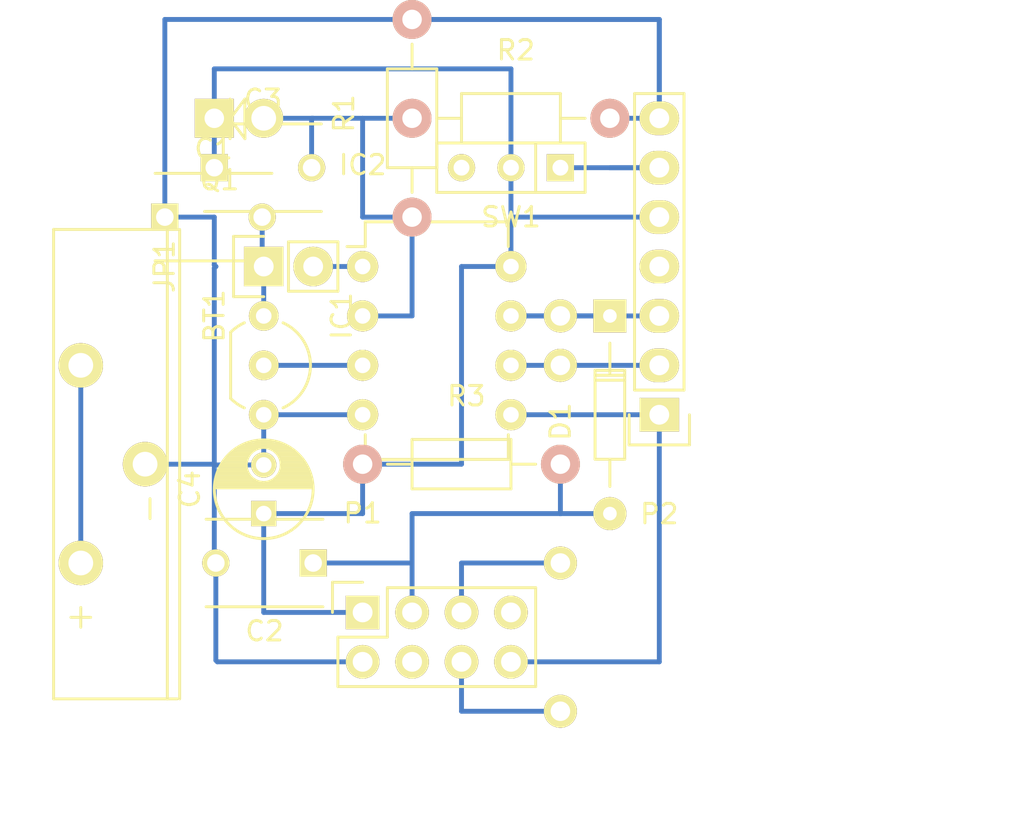
<source format=kicad_pcb>
(kicad_pcb (version 4) (host pcbnew 4.0.0-2.201512062335+6193~38~ubuntu15.10.1-stable)

  (general
    (links 43)
    (no_connects 5)
    (area 141.115 87.70051 194.147144 130.515)
    (thickness 1.6)
    (drawings 0)
    (tracks 75)
    (zones 0)
    (modules 18)
    (nets 14)
  )

  (page A4)
  (layers
    (0 F.Cu signal)
    (31 B.Cu signal)
    (32 B.Adhes user)
    (33 F.Adhes user)
    (34 B.Paste user)
    (35 F.Paste user)
    (36 B.SilkS user)
    (37 F.SilkS user)
    (38 B.Mask user)
    (39 F.Mask user)
    (40 Dwgs.User user)
    (41 Cmts.User user)
    (42 Eco1.User user)
    (43 Eco2.User user)
    (44 Edge.Cuts user)
    (45 Margin user)
    (46 B.CrtYd user)
    (47 F.CrtYd user)
    (48 B.Fab user)
    (49 F.Fab user)
  )

  (setup
    (last_trace_width 0.25)
    (trace_clearance 0.2)
    (zone_clearance 0.508)
    (zone_45_only no)
    (trace_min 0.2)
    (segment_width 0.2)
    (edge_width 0.1)
    (via_size 0.6)
    (via_drill 0.4)
    (via_min_size 0.4)
    (via_min_drill 0.3)
    (uvia_size 0.3)
    (uvia_drill 0.1)
    (uvias_allowed no)
    (uvia_min_size 0.2)
    (uvia_min_drill 0.1)
    (pcb_text_width 0.3)
    (pcb_text_size 1.5 1.5)
    (mod_edge_width 0.15)
    (mod_text_size 1 1)
    (mod_text_width 0.15)
    (pad_size 1.7 1.7)
    (pad_drill 1.00076)
    (pad_to_mask_clearance 0)
    (aux_axis_origin 0 0)
    (visible_elements FFFEFF7F)
    (pcbplotparams
      (layerselection 0x00030_80000001)
      (usegerberextensions false)
      (excludeedgelayer true)
      (linewidth 0.100000)
      (plotframeref false)
      (viasonmask false)
      (mode 1)
      (useauxorigin false)
      (hpglpennumber 1)
      (hpglpenspeed 20)
      (hpglpendiameter 15)
      (hpglpenoverlay 2)
      (psnegative false)
      (psa4output false)
      (plotreference true)
      (plotvalue true)
      (plotinvisibletext false)
      (padsonsilk false)
      (subtractmaskfromsilk false)
      (outputformat 4)
      (mirror false)
      (drillshape 0)
      (scaleselection 1)
      (outputdirectory ""))
  )

  (net 0 "")
  (net 1 +BATT)
  (net 2 Earth)
  (net 3 RST)
  (net 4 CSN)
  (net 5 VCC)
  (net 6 LS)
  (net 7 SCK)
  (net 8 TMP)
  (net 9 MOSI)
  (net 10 MISO)
  (net 11 "Net-(P1-Pad7)")
  (net 12 "Net-(P2-Pad6)")
  (net 13 "Net-(C1-Pad2)")

  (net_class Default "This is the default net class."
    (clearance 0.2)
    (trace_width 0.25)
    (via_dia 0.6)
    (via_drill 0.4)
    (uvia_dia 0.3)
    (uvia_drill 0.1)
    (add_net +BATT)
    (add_net CSN)
    (add_net Earth)
    (add_net LS)
    (add_net MISO)
    (add_net MOSI)
    (add_net "Net-(C1-Pad2)")
    (add_net "Net-(P1-Pad7)")
    (add_net "Net-(P2-Pad6)")
    (add_net RST)
    (add_net SCK)
    (add_net TMP)
    (add_net VCC)
  )

  (module Pin_Headers:Pin_Header_Straight_1x02 (layer F.Cu) (tedit 54EA090C) (tstamp 566561D9)
    (at 154.94 101.6 90)
    (descr "Through hole pin header")
    (tags "pin header")
    (path /56657D00)
    (fp_text reference JP1 (at 0 -5.1 90) (layer F.SilkS)
      (effects (font (size 1 1) (thickness 0.15)))
    )
    (fp_text value JUMPER (at 0 -3.1 90) (layer F.Fab)
      (effects (font (size 1 1) (thickness 0.15)))
    )
    (fp_line (start 1.27 1.27) (end 1.27 3.81) (layer F.SilkS) (width 0.15))
    (fp_line (start 1.55 -1.55) (end 1.55 0) (layer F.SilkS) (width 0.15))
    (fp_line (start -1.75 -1.75) (end -1.75 4.3) (layer F.CrtYd) (width 0.05))
    (fp_line (start 1.75 -1.75) (end 1.75 4.3) (layer F.CrtYd) (width 0.05))
    (fp_line (start -1.75 -1.75) (end 1.75 -1.75) (layer F.CrtYd) (width 0.05))
    (fp_line (start -1.75 4.3) (end 1.75 4.3) (layer F.CrtYd) (width 0.05))
    (fp_line (start 1.27 1.27) (end -1.27 1.27) (layer F.SilkS) (width 0.15))
    (fp_line (start -1.55 0) (end -1.55 -1.55) (layer F.SilkS) (width 0.15))
    (fp_line (start -1.55 -1.55) (end 1.55 -1.55) (layer F.SilkS) (width 0.15))
    (fp_line (start -1.27 1.27) (end -1.27 3.81) (layer F.SilkS) (width 0.15))
    (fp_line (start -1.27 3.81) (end 1.27 3.81) (layer F.SilkS) (width 0.15))
    (pad 1 thru_hole rect (at 0 0 90) (size 2.032 2.032) (drill 1.016) (layers *.Cu *.Mask F.SilkS)
      (net 13 "Net-(C1-Pad2)"))
    (pad 2 thru_hole oval (at 0 2.54 90) (size 2.032 2.032) (drill 1.016) (layers *.Cu *.Mask F.SilkS)
      (net 3 RST))
    (model Pin_Headers.3dshapes/Pin_Header_Straight_1x02.wrl
      (at (xyz 0 -0.05 0))
      (scale (xyz 1 1 1))
      (rotate (xyz 0 0 90))
    )
  )

  (module Resistors_ThroughHole:Resistor_Horizontal_RM10mm (layer F.Cu) (tedit 53F56209) (tstamp 56614048)
    (at 167.64 93.98)
    (descr "Resistor, Axial,  RM 10mm, 1/3W,")
    (tags "Resistor, Axial, RM 10mm, 1/3W,")
    (path /565DCD9E)
    (fp_text reference R2 (at 0.24892 -3.50012) (layer F.SilkS)
      (effects (font (size 1 1) (thickness 0.15)))
    )
    (fp_text value 10MΩ (at 3.81 3.81) (layer F.Fab)
      (effects (font (size 1 1) (thickness 0.15)))
    )
    (fp_line (start -2.54 -1.27) (end 2.54 -1.27) (layer F.SilkS) (width 0.15))
    (fp_line (start 2.54 -1.27) (end 2.54 1.27) (layer F.SilkS) (width 0.15))
    (fp_line (start 2.54 1.27) (end -2.54 1.27) (layer F.SilkS) (width 0.15))
    (fp_line (start -2.54 1.27) (end -2.54 -1.27) (layer F.SilkS) (width 0.15))
    (fp_line (start -2.54 0) (end -3.81 0) (layer F.SilkS) (width 0.15))
    (fp_line (start 2.54 0) (end 3.81 0) (layer F.SilkS) (width 0.15))
    (pad 1 thru_hole circle (at -5.08 0) (size 1.99898 1.99898) (drill 1.00076) (layers *.Cu *.SilkS *.Mask)
      (net 6 LS))
    (pad 2 thru_hole circle (at 5.08 0) (size 1.99898 1.99898) (drill 1.00076) (layers *.Cu *.SilkS *.Mask)
      (net 2 Earth))
    (model Resistors_ThroughHole.3dshapes/Resistor_Horizontal_RM10mm.wrl
      (at (xyz 0 0 0))
      (scale (xyz 0.4 0.4 0.4))
      (rotate (xyz 0 0 0))
    )
  )

  (module Wire_Pads:SolderWirePad_2x_1mmDrill (layer F.Cu) (tedit 56616533) (tstamp 5661639E)
    (at 182.88 125.73)
    (fp_text reference REF** (at -10.16 -5.08) (layer F.SilkS) hide
      (effects (font (size 1 1) (thickness 0.15)))
    )
    (fp_text value SolderWirePad_2x_1mmDrill (at 0.635 3.81) (layer F.Fab)
      (effects (font (size 1 1) (thickness 0.15)))
    )
    (pad 1 thru_hole circle (at -12.7 -1.27) (size 1.7 1.7) (drill 1.00076) (layers *.Cu *.Mask F.SilkS)
      (net 7 SCK))
    (pad 2 thru_hole circle (at -12.7 -21.59) (size 1.7 1.7) (drill 1.00076) (layers *.Cu *.Mask F.SilkS)
      (net 7 SCK))
  )

  (module Wire_Pads:SolderWirePad_2x_1mmDrill (layer F.Cu) (tedit 56616344) (tstamp 56616252)
    (at 175.26 119.38)
    (fp_text reference REF** (at 0 -3.81) (layer F.SilkS) hide
      (effects (font (size 1 1) (thickness 0.15)))
    )
    (fp_text value SolderWirePad_2x_1mmDrill (at 0.635 3.81) (layer F.Fab)
      (effects (font (size 1 1) (thickness 0.15)))
    )
    (pad 1 thru_hole circle (at -5.08 -2.54) (size 1.7 1.7) (drill 1.00076) (layers *.Cu *.Mask F.SilkS)
      (net 10 MISO))
    (pad 2 thru_hole circle (at -5.08 -12.7) (size 1.7 1.7) (drill 1.00076) (layers *.Cu *.Mask F.SilkS)
      (net 10 MISO))
  )

  (module Socket_Strips:Socket_Strip_Straight_2x04 (layer F.Cu) (tedit 0) (tstamp 5661400F)
    (at 160.02 119.38)
    (descr "Through hole socket strip")
    (tags "socket strip")
    (path /565D809C)
    (fp_text reference P1 (at 0 -5.1) (layer F.SilkS)
      (effects (font (size 1 1) (thickness 0.15)))
    )
    (fp_text value NRF24L01+ (at 0 -3.1) (layer F.Fab)
      (effects (font (size 1 1) (thickness 0.15)))
    )
    (fp_line (start -1.75 -1.75) (end -1.75 4.3) (layer F.CrtYd) (width 0.05))
    (fp_line (start 9.4 -1.75) (end 9.4 4.3) (layer F.CrtYd) (width 0.05))
    (fp_line (start -1.75 -1.75) (end 9.4 -1.75) (layer F.CrtYd) (width 0.05))
    (fp_line (start -1.75 4.3) (end 9.4 4.3) (layer F.CrtYd) (width 0.05))
    (fp_line (start 1.27 -1.27) (end 8.89 -1.27) (layer F.SilkS) (width 0.15))
    (fp_line (start 8.89 -1.27) (end 8.89 3.81) (layer F.SilkS) (width 0.15))
    (fp_line (start 8.89 3.81) (end -1.27 3.81) (layer F.SilkS) (width 0.15))
    (fp_line (start -1.27 3.81) (end -1.27 1.27) (layer F.SilkS) (width 0.15))
    (fp_line (start 0 -1.55) (end -1.55 -1.55) (layer F.SilkS) (width 0.15))
    (fp_line (start -1.27 1.27) (end 1.27 1.27) (layer F.SilkS) (width 0.15))
    (fp_line (start 1.27 1.27) (end 1.27 -1.27) (layer F.SilkS) (width 0.15))
    (fp_line (start -1.55 -1.55) (end -1.55 0) (layer F.SilkS) (width 0.15))
    (pad 1 thru_hole rect (at 0 0) (size 1.7272 1.7272) (drill 1.016) (layers *.Cu *.Mask F.SilkS)
      (net 5 VCC))
    (pad 2 thru_hole oval (at 0 2.54) (size 1.7272 1.7272) (drill 1.016) (layers *.Cu *.Mask F.SilkS)
      (net 2 Earth))
    (pad 3 thru_hole oval (at 2.54 0) (size 1.7272 1.7272) (drill 1.016) (layers *.Cu *.Mask F.SilkS)
      (net 4 CSN))
    (pad 4 thru_hole oval (at 2.54 2.54) (size 1.7272 1.7272) (drill 1.016) (layers *.Cu *.Mask F.SilkS)
      (net 5 VCC))
    (pad 5 thru_hole oval (at 5.08 0) (size 1.7272 1.7272) (drill 1.016) (layers *.Cu *.Mask F.SilkS)
      (net 10 MISO))
    (pad 6 thru_hole oval (at 5.08 2.54) (size 1.7272 1.7272) (drill 1.016) (layers *.Cu *.Mask F.SilkS)
      (net 7 SCK))
    (pad 7 thru_hole oval (at 7.62 0) (size 1.7272 1.7272) (drill 1.016) (layers *.Cu *.Mask F.SilkS)
      (net 11 "Net-(P1-Pad7)"))
    (pad 8 thru_hole oval (at 7.62 2.54) (size 1.7272 1.7272) (drill 1.016) (layers *.Cu *.Mask F.SilkS)
      (net 9 MOSI))
    (model Socket_Strips.3dshapes/Socket_Strip_Straight_2x04.wrl
      (at (xyz 0.15 -0.05 0))
      (scale (xyz 1 1 1))
      (rotate (xyz 0 0 180))
    )
  )

  (module Capacitors_ThroughHole:C_Disc_D6_P5 (layer F.Cu) (tedit 0) (tstamp 56613F99)
    (at 152.4 96.52)
    (descr "Capacitor 6mm Disc, Pitch 5mm")
    (tags Capacitor)
    (path /566023B2)
    (fp_text reference C3 (at 2.5 -3.5) (layer F.SilkS)
      (effects (font (size 1 1) (thickness 0.15)))
    )
    (fp_text value 0.1μF (at 2.5 3.5) (layer F.Fab)
      (effects (font (size 1 1) (thickness 0.15)))
    )
    (fp_line (start -0.95 -2.5) (end 5.95 -2.5) (layer F.CrtYd) (width 0.05))
    (fp_line (start 5.95 -2.5) (end 5.95 2.5) (layer F.CrtYd) (width 0.05))
    (fp_line (start 5.95 2.5) (end -0.95 2.5) (layer F.CrtYd) (width 0.05))
    (fp_line (start -0.95 2.5) (end -0.95 -2.5) (layer F.CrtYd) (width 0.05))
    (fp_line (start -0.5 -2.25) (end 5.5 -2.25) (layer F.SilkS) (width 0.15))
    (fp_line (start 5.5 2.25) (end -0.5 2.25) (layer F.SilkS) (width 0.15))
    (pad 1 thru_hole rect (at 0 0) (size 1.4 1.4) (drill 0.9) (layers *.Cu *.Mask F.SilkS)
      (net 5 VCC))
    (pad 2 thru_hole circle (at 5 0) (size 1.4 1.4) (drill 0.9) (layers *.Cu *.Mask F.SilkS)
      (net 6 LS))
    (model Capacitors_ThroughHole.3dshapes/C_Disc_D6_P5.wrl
      (at (xyz 0.0984252 0 0))
      (scale (xyz 1 1 1))
      (rotate (xyz 0 0 0))
    )
  )

  (module Connect:CR2032V (layer F.Cu) (tedit 0) (tstamp 56613F75)
    (at 147.32 111.76 270)
    (path /562B59CF)
    (fp_text reference BT1 (at -7.62 -5.08 270) (layer F.SilkS)
      (effects (font (size 1 1) (thickness 0.15)))
    )
    (fp_text value 3V (at 0 5.08 270) (layer F.Fab)
      (effects (font (size 1 1) (thickness 0.15)))
    )
    (fp_line (start -12.065 -3.302) (end 12.065 -3.302) (layer F.SilkS) (width 0.15))
    (fp_line (start 1.778 -1.778) (end 2.794 -1.778) (layer F.SilkS) (width 0.15))
    (fp_line (start 7.874 2.286) (end 7.874 1.27) (layer F.SilkS) (width 0.15))
    (fp_line (start 7.366 1.778) (end 8.382 1.778) (layer F.SilkS) (width 0.15))
    (fp_line (start 12.065 3.175) (end 12.065 -3.175) (layer F.SilkS) (width 0.15))
    (fp_line (start 12.065 -2.667) (end -12.065 -2.667) (layer F.SilkS) (width 0.15))
    (fp_line (start -12.065 -3.175) (end -12.065 3.175) (layer F.SilkS) (width 0.15))
    (fp_line (start -12.065 3.175) (end 12.065 3.175) (layer F.SilkS) (width 0.15))
    (pad 1 thru_hole circle (at -5.08 1.778 270) (size 2.286 2.286) (drill 1.27) (layers *.Cu *.Mask F.SilkS)
      (net 1 +BATT))
    (pad 1 thru_hole circle (at 5.08 1.778 270) (size 2.286 2.286) (drill 1.27) (layers *.Cu *.Mask F.SilkS)
      (net 1 +BATT))
    (pad 2 thru_hole circle (at 0 -1.524 270) (size 2.286 2.286) (drill 1.27) (layers *.Cu *.Mask F.SilkS)
      (net 2 Earth))
  )

  (module Capacitors_ThroughHole:C_Disc_D6_P5 (layer F.Cu) (tedit 0) (tstamp 56613F81)
    (at 149.86 99.06)
    (descr "Capacitor 6mm Disc, Pitch 5mm")
    (tags Capacitor)
    (path /566042A2)
    (fp_text reference C1 (at 2.5 -3.5) (layer F.SilkS)
      (effects (font (size 1 1) (thickness 0.15)))
    )
    (fp_text value 0.1μF (at 2.5 3.5) (layer F.Fab)
      (effects (font (size 1 1) (thickness 0.15)))
    )
    (fp_line (start -0.95 -2.5) (end 5.95 -2.5) (layer F.CrtYd) (width 0.05))
    (fp_line (start 5.95 -2.5) (end 5.95 2.5) (layer F.CrtYd) (width 0.05))
    (fp_line (start 5.95 2.5) (end -0.95 2.5) (layer F.CrtYd) (width 0.05))
    (fp_line (start -0.95 2.5) (end -0.95 -2.5) (layer F.CrtYd) (width 0.05))
    (fp_line (start -0.5 -2.25) (end 5.5 -2.25) (layer F.SilkS) (width 0.15))
    (fp_line (start 5.5 2.25) (end -0.5 2.25) (layer F.SilkS) (width 0.15))
    (pad 1 thru_hole rect (at 0 0) (size 1.4 1.4) (drill 0.9) (layers *.Cu *.Mask F.SilkS)
      (net 2 Earth))
    (pad 2 thru_hole circle (at 5 0) (size 1.4 1.4) (drill 0.9) (layers *.Cu *.Mask F.SilkS)
      (net 13 "Net-(C1-Pad2)"))
    (model Capacitors_ThroughHole.3dshapes/C_Disc_D6_P5.wrl
      (at (xyz 0.0984252 0 0))
      (scale (xyz 1 1 1))
      (rotate (xyz 0 0 0))
    )
  )

  (module Capacitors_ThroughHole:C_Disc_D6_P5 (layer F.Cu) (tedit 0) (tstamp 56613F8D)
    (at 157.48 116.84 180)
    (descr "Capacitor 6mm Disc, Pitch 5mm")
    (tags Capacitor)
    (path /562B5953)
    (fp_text reference C2 (at 2.5 -3.5 180) (layer F.SilkS)
      (effects (font (size 1 1) (thickness 0.15)))
    )
    (fp_text value 10nF (at 2.5 3.5 180) (layer F.Fab)
      (effects (font (size 1 1) (thickness 0.15)))
    )
    (fp_line (start -0.95 -2.5) (end 5.95 -2.5) (layer F.CrtYd) (width 0.05))
    (fp_line (start 5.95 -2.5) (end 5.95 2.5) (layer F.CrtYd) (width 0.05))
    (fp_line (start 5.95 2.5) (end -0.95 2.5) (layer F.CrtYd) (width 0.05))
    (fp_line (start -0.95 2.5) (end -0.95 -2.5) (layer F.CrtYd) (width 0.05))
    (fp_line (start -0.5 -2.25) (end 5.5 -2.25) (layer F.SilkS) (width 0.15))
    (fp_line (start 5.5 2.25) (end -0.5 2.25) (layer F.SilkS) (width 0.15))
    (pad 1 thru_hole rect (at 0 0 180) (size 1.4 1.4) (drill 0.9) (layers *.Cu *.Mask F.SilkS)
      (net 4 CSN))
    (pad 2 thru_hole circle (at 5 0 180) (size 1.4 1.4) (drill 0.9) (layers *.Cu *.Mask F.SilkS)
      (net 2 Earth))
    (model Capacitors_ThroughHole.3dshapes/C_Disc_D6_P5.wrl
      (at (xyz 0.0984252 0 0))
      (scale (xyz 1 1 1))
      (rotate (xyz 0 0 0))
    )
  )

  (module Capacitors_ThroughHole:C_Radial_D5_L6_P2.5 (layer F.Cu) (tedit 0) (tstamp 56613FC1)
    (at 154.94 114.3 90)
    (descr "Radial Electrolytic Capacitor Diameter 5mm x Length 6mm, Pitch 2.5mm")
    (tags "Electrolytic Capacitor")
    (path /565FEDE2)
    (fp_text reference C4 (at 1.25 -3.8 90) (layer F.SilkS)
      (effects (font (size 1 1) (thickness 0.15)))
    )
    (fp_text value 10μF (at 1.25 3.8 90) (layer F.Fab)
      (effects (font (size 1 1) (thickness 0.15)))
    )
    (fp_line (start 1.325 -2.499) (end 1.325 2.499) (layer F.SilkS) (width 0.15))
    (fp_line (start 1.465 -2.491) (end 1.465 2.491) (layer F.SilkS) (width 0.15))
    (fp_line (start 1.605 -2.475) (end 1.605 -0.095) (layer F.SilkS) (width 0.15))
    (fp_line (start 1.605 0.095) (end 1.605 2.475) (layer F.SilkS) (width 0.15))
    (fp_line (start 1.745 -2.451) (end 1.745 -0.49) (layer F.SilkS) (width 0.15))
    (fp_line (start 1.745 0.49) (end 1.745 2.451) (layer F.SilkS) (width 0.15))
    (fp_line (start 1.885 -2.418) (end 1.885 -0.657) (layer F.SilkS) (width 0.15))
    (fp_line (start 1.885 0.657) (end 1.885 2.418) (layer F.SilkS) (width 0.15))
    (fp_line (start 2.025 -2.377) (end 2.025 -0.764) (layer F.SilkS) (width 0.15))
    (fp_line (start 2.025 0.764) (end 2.025 2.377) (layer F.SilkS) (width 0.15))
    (fp_line (start 2.165 -2.327) (end 2.165 -0.835) (layer F.SilkS) (width 0.15))
    (fp_line (start 2.165 0.835) (end 2.165 2.327) (layer F.SilkS) (width 0.15))
    (fp_line (start 2.305 -2.266) (end 2.305 -0.879) (layer F.SilkS) (width 0.15))
    (fp_line (start 2.305 0.879) (end 2.305 2.266) (layer F.SilkS) (width 0.15))
    (fp_line (start 2.445 -2.196) (end 2.445 -0.898) (layer F.SilkS) (width 0.15))
    (fp_line (start 2.445 0.898) (end 2.445 2.196) (layer F.SilkS) (width 0.15))
    (fp_line (start 2.585 -2.114) (end 2.585 -0.896) (layer F.SilkS) (width 0.15))
    (fp_line (start 2.585 0.896) (end 2.585 2.114) (layer F.SilkS) (width 0.15))
    (fp_line (start 2.725 -2.019) (end 2.725 -0.871) (layer F.SilkS) (width 0.15))
    (fp_line (start 2.725 0.871) (end 2.725 2.019) (layer F.SilkS) (width 0.15))
    (fp_line (start 2.865 -1.908) (end 2.865 -0.823) (layer F.SilkS) (width 0.15))
    (fp_line (start 2.865 0.823) (end 2.865 1.908) (layer F.SilkS) (width 0.15))
    (fp_line (start 3.005 -1.78) (end 3.005 -0.745) (layer F.SilkS) (width 0.15))
    (fp_line (start 3.005 0.745) (end 3.005 1.78) (layer F.SilkS) (width 0.15))
    (fp_line (start 3.145 -1.631) (end 3.145 -0.628) (layer F.SilkS) (width 0.15))
    (fp_line (start 3.145 0.628) (end 3.145 1.631) (layer F.SilkS) (width 0.15))
    (fp_line (start 3.285 -1.452) (end 3.285 -0.44) (layer F.SilkS) (width 0.15))
    (fp_line (start 3.285 0.44) (end 3.285 1.452) (layer F.SilkS) (width 0.15))
    (fp_line (start 3.425 -1.233) (end 3.425 1.233) (layer F.SilkS) (width 0.15))
    (fp_line (start 3.565 -0.944) (end 3.565 0.944) (layer F.SilkS) (width 0.15))
    (fp_line (start 3.705 -0.472) (end 3.705 0.472) (layer F.SilkS) (width 0.15))
    (fp_circle (center 2.5 0) (end 2.5 -0.9) (layer F.SilkS) (width 0.15))
    (fp_circle (center 1.25 0) (end 1.25 -2.5375) (layer F.SilkS) (width 0.15))
    (fp_circle (center 1.25 0) (end 1.25 -2.8) (layer F.CrtYd) (width 0.05))
    (pad 1 thru_hole rect (at 0 0 90) (size 1.3 1.3) (drill 0.8) (layers *.Cu *.Mask F.SilkS)
      (net 5 VCC))
    (pad 2 thru_hole circle (at 2.5 0 90) (size 1.3 1.3) (drill 0.8) (layers *.Cu *.Mask F.SilkS)
      (net 2 Earth))
    (model Capacitors_ThroughHole.3dshapes/C_Radial_D5_L6_P2.5.wrl
      (at (xyz 0.0492126 0 0))
      (scale (xyz 1 1 1))
      (rotate (xyz 0 0 90))
    )
  )

  (module Diodes_ThroughHole:Diode_DO-35_SOD27_Horizontal_RM10 (layer F.Cu) (tedit 552FFC30) (tstamp 56613FD0)
    (at 172.72 104.14 270)
    (descr "Diode, DO-35,  SOD27, Horizontal, RM 10mm")
    (tags "Diode, DO-35, SOD27, Horizontal, RM 10mm, 1N4148,")
    (path /562B59A0)
    (fp_text reference D1 (at 5.43052 2.53746 270) (layer F.SilkS)
      (effects (font (size 1 1) (thickness 0.15)))
    )
    (fp_text value 1N4148 (at 4.41452 -3.55854 270) (layer F.Fab)
      (effects (font (size 1 1) (thickness 0.15)))
    )
    (fp_line (start 7.36652 -0.00254) (end 8.76352 -0.00254) (layer F.SilkS) (width 0.15))
    (fp_line (start 2.92152 -0.00254) (end 1.39752 -0.00254) (layer F.SilkS) (width 0.15))
    (fp_line (start 3.30252 -0.76454) (end 3.30252 0.75946) (layer F.SilkS) (width 0.15))
    (fp_line (start 3.04852 -0.76454) (end 3.04852 0.75946) (layer F.SilkS) (width 0.15))
    (fp_line (start 2.79452 -0.00254) (end 2.79452 0.75946) (layer F.SilkS) (width 0.15))
    (fp_line (start 2.79452 0.75946) (end 7.36652 0.75946) (layer F.SilkS) (width 0.15))
    (fp_line (start 7.36652 0.75946) (end 7.36652 -0.76454) (layer F.SilkS) (width 0.15))
    (fp_line (start 7.36652 -0.76454) (end 2.79452 -0.76454) (layer F.SilkS) (width 0.15))
    (fp_line (start 2.79452 -0.76454) (end 2.79452 -0.00254) (layer F.SilkS) (width 0.15))
    (pad 2 thru_hole circle (at 10.16052 -0.00254 90) (size 1.69926 1.69926) (drill 0.70104) (layers *.Cu *.Mask F.SilkS)
      (net 4 CSN))
    (pad 1 thru_hole rect (at 0.00052 -0.00254 90) (size 1.69926 1.69926) (drill 0.70104) (layers *.Cu *.Mask F.SilkS)
      (net 7 SCK))
    (model Diodes_ThroughHole.3dshapes/Diode_DO-35_SOD27_Horizontal_RM10.wrl
      (at (xyz 0.2 0 0))
      (scale (xyz 0.4 0.4 0.4))
      (rotate (xyz 0 0 180))
    )
  )

  (module TO_SOT_Packages_THT:TO-92_Inline_Wide (layer F.Cu) (tedit 54F242B4) (tstamp 56613FE0)
    (at 154.94 104.14 270)
    (descr "TO-92 leads in-line, wide, drill 0.8mm (see NXP sot054_po.pdf)")
    (tags "to-92 sc-43 sc-43a sot54 PA33 transistor")
    (path /562B622D)
    (fp_text reference IC1 (at 0 -4 450) (layer F.SilkS)
      (effects (font (size 1 1) (thickness 0.15)))
    )
    (fp_text value TMP36 (at 0 3 270) (layer F.Fab)
      (effects (font (size 1 1) (thickness 0.15)))
    )
    (fp_arc (start 2.54 0) (end 0.84 1.7) (angle 20.5) (layer F.SilkS) (width 0.15))
    (fp_arc (start 2.54 0) (end 4.24 1.7) (angle -20.5) (layer F.SilkS) (width 0.15))
    (fp_line (start -1 1.95) (end -1 -2.65) (layer F.CrtYd) (width 0.05))
    (fp_line (start -1 1.95) (end 6.1 1.95) (layer F.CrtYd) (width 0.05))
    (fp_line (start 0.84 1.7) (end 4.24 1.7) (layer F.SilkS) (width 0.15))
    (fp_arc (start 2.54 0) (end 2.54 -2.4) (angle -65.55604127) (layer F.SilkS) (width 0.15))
    (fp_arc (start 2.54 0) (end 2.54 -2.4) (angle 65.55604127) (layer F.SilkS) (width 0.15))
    (fp_line (start -1 -2.65) (end 6.1 -2.65) (layer F.CrtYd) (width 0.05))
    (fp_line (start 6.1 1.95) (end 6.1 -2.65) (layer F.CrtYd) (width 0.05))
    (pad 2 thru_hole circle (at 2.54 0) (size 1.524 1.524) (drill 0.8) (layers *.Cu *.Mask F.SilkS)
      (net 8 TMP))
    (pad 3 thru_hole circle (at 5.08 0) (size 1.524 1.524) (drill 0.8) (layers *.Cu *.Mask F.SilkS)
      (net 2 Earth))
    (pad 1 thru_hole circle (at 0 0) (size 1.524 1.524) (drill 0.8) (layers *.Cu *.Mask F.SilkS)
      (net 13 "Net-(C1-Pad2)"))
    (model TO_SOT_Packages_THT.3dshapes/TO-92_Inline_Wide.wrl
      (at (xyz 0.1 0 0))
      (scale (xyz 1 1 1))
      (rotate (xyz 0 0 -90))
    )
  )

  (module Housings_DIP:DIP-8_W7.62mm (layer F.Cu) (tedit 54130A77) (tstamp 56613FF7)
    (at 160.02 101.6)
    (descr "8-lead dip package, row spacing 7.62 mm (300 mils)")
    (tags "dil dip 2.54 300")
    (path /562B4336)
    (fp_text reference IC2 (at 0 -5.22) (layer F.SilkS)
      (effects (font (size 1 1) (thickness 0.15)))
    )
    (fp_text value ATTINY85-P (at 0 -3.72) (layer F.Fab)
      (effects (font (size 1 1) (thickness 0.15)))
    )
    (fp_line (start -1.05 -2.45) (end -1.05 10.1) (layer F.CrtYd) (width 0.05))
    (fp_line (start 8.65 -2.45) (end 8.65 10.1) (layer F.CrtYd) (width 0.05))
    (fp_line (start -1.05 -2.45) (end 8.65 -2.45) (layer F.CrtYd) (width 0.05))
    (fp_line (start -1.05 10.1) (end 8.65 10.1) (layer F.CrtYd) (width 0.05))
    (fp_line (start 0.135 -2.295) (end 0.135 -1.025) (layer F.SilkS) (width 0.15))
    (fp_line (start 7.485 -2.295) (end 7.485 -1.025) (layer F.SilkS) (width 0.15))
    (fp_line (start 7.485 9.915) (end 7.485 8.645) (layer F.SilkS) (width 0.15))
    (fp_line (start 0.135 9.915) (end 0.135 8.645) (layer F.SilkS) (width 0.15))
    (fp_line (start 0.135 -2.295) (end 7.485 -2.295) (layer F.SilkS) (width 0.15))
    (fp_line (start 0.135 9.915) (end 7.485 9.915) (layer F.SilkS) (width 0.15))
    (fp_line (start 0.135 -1.025) (end -0.8 -1.025) (layer F.SilkS) (width 0.15))
    (pad 1 thru_hole oval (at 0 0) (size 1.6 1.6) (drill 0.8) (layers *.Cu *.Mask F.SilkS)
      (net 3 RST))
    (pad 2 thru_hole oval (at 0 2.54) (size 1.6 1.6) (drill 0.8) (layers *.Cu *.Mask F.SilkS)
      (net 6 LS))
    (pad 3 thru_hole oval (at 0 5.08) (size 1.6 1.6) (drill 0.8) (layers *.Cu *.Mask F.SilkS)
      (net 8 TMP))
    (pad 4 thru_hole oval (at 0 7.62) (size 1.6 1.6) (drill 0.8) (layers *.Cu *.Mask F.SilkS)
      (net 2 Earth))
    (pad 5 thru_hole oval (at 7.62 7.62) (size 1.6 1.6) (drill 0.8) (layers *.Cu *.Mask F.SilkS)
      (net 9 MOSI))
    (pad 6 thru_hole oval (at 7.62 5.08) (size 1.6 1.6) (drill 0.8) (layers *.Cu *.Mask F.SilkS)
      (net 10 MISO))
    (pad 7 thru_hole oval (at 7.62 2.54) (size 1.6 1.6) (drill 0.8) (layers *.Cu *.Mask F.SilkS)
      (net 7 SCK))
    (pad 8 thru_hole oval (at 7.62 0) (size 1.6 1.6) (drill 0.8) (layers *.Cu *.Mask F.SilkS)
      (net 5 VCC))
    (model Housings_DIP.3dshapes/DIP-8_W7.62mm.wrl
      (at (xyz 0 0 0))
      (scale (xyz 1 1 1))
      (rotate (xyz 0 0 0))
    )
  )

  (module Pin_Headers:Pin_Header_Straight_1x07 (layer F.Cu) (tedit 0) (tstamp 56614025)
    (at 175.26 109.22 180)
    (descr "Through hole pin header")
    (tags "pin header")
    (path /565FE7F4)
    (fp_text reference P2 (at 0 -5.1 180) (layer F.SilkS)
      (effects (font (size 1 1) (thickness 0.15)))
    )
    (fp_text value PROGRAMMER (at 0 -3.1 180) (layer F.Fab)
      (effects (font (size 1 1) (thickness 0.15)))
    )
    (fp_line (start -1.75 -1.75) (end -1.75 17) (layer F.CrtYd) (width 0.05))
    (fp_line (start 1.75 -1.75) (end 1.75 17) (layer F.CrtYd) (width 0.05))
    (fp_line (start -1.75 -1.75) (end 1.75 -1.75) (layer F.CrtYd) (width 0.05))
    (fp_line (start -1.75 17) (end 1.75 17) (layer F.CrtYd) (width 0.05))
    (fp_line (start 1.27 1.27) (end 1.27 16.51) (layer F.SilkS) (width 0.15))
    (fp_line (start 1.27 16.51) (end -1.27 16.51) (layer F.SilkS) (width 0.15))
    (fp_line (start -1.27 16.51) (end -1.27 1.27) (layer F.SilkS) (width 0.15))
    (fp_line (start 1.55 -1.55) (end 1.55 0) (layer F.SilkS) (width 0.15))
    (fp_line (start 1.27 1.27) (end -1.27 1.27) (layer F.SilkS) (width 0.15))
    (fp_line (start -1.55 0) (end -1.55 -1.55) (layer F.SilkS) (width 0.15))
    (fp_line (start -1.55 -1.55) (end 1.55 -1.55) (layer F.SilkS) (width 0.15))
    (pad 1 thru_hole rect (at 0 0 180) (size 2.032 1.7272) (drill 1.016) (layers *.Cu *.Mask F.SilkS)
      (net 9 MOSI))
    (pad 2 thru_hole oval (at 0 2.54 180) (size 2.032 1.7272) (drill 1.016) (layers *.Cu *.Mask F.SilkS)
      (net 10 MISO))
    (pad 3 thru_hole oval (at 0 5.08 180) (size 2.032 1.7272) (drill 1.016) (layers *.Cu *.Mask F.SilkS)
      (net 7 SCK))
    (pad 4 thru_hole oval (at 0 7.62 180) (size 2.032 1.7272) (drill 1.016) (layers *.Cu *.Mask F.SilkS)
      (net 3 RST))
    (pad 5 thru_hole oval (at 0 10.16 180) (size 2.032 1.7272) (drill 1.016) (layers *.Cu *.Mask F.SilkS)
      (net 5 VCC))
    (pad 6 thru_hole oval (at 0 12.7 180) (size 2.032 1.7272) (drill 1.016) (layers *.Cu *.Mask F.SilkS)
      (net 12 "Net-(P2-Pad6)"))
    (pad 7 thru_hole oval (at 0 15.24 180) (size 2.032 1.7272) (drill 1.016) (layers *.Cu *.Mask F.SilkS)
      (net 2 Earth))
    (model Pin_Headers.3dshapes/Pin_Header_Straight_1x07.wrl
      (at (xyz 0 -0.3 0))
      (scale (xyz 1 1 1))
      (rotate (xyz 0 0 90))
    )
  )

  (module Resistors_ThroughHole:Resistor_Horizontal_RM10mm (layer F.Cu) (tedit 53F56209) (tstamp 5661403C)
    (at 162.56 93.98 90)
    (descr "Resistor, Axial,  RM 10mm, 1/3W,")
    (tags "Resistor, Axial, RM 10mm, 1/3W,")
    (path /566020A2)
    (fp_text reference R1 (at 0.24892 -3.50012 90) (layer F.SilkS)
      (effects (font (size 1 1) (thickness 0.15)))
    )
    (fp_text value R (at 3.81 3.81 90) (layer F.Fab)
      (effects (font (size 1 1) (thickness 0.15)))
    )
    (fp_line (start -2.54 -1.27) (end 2.54 -1.27) (layer F.SilkS) (width 0.15))
    (fp_line (start 2.54 -1.27) (end 2.54 1.27) (layer F.SilkS) (width 0.15))
    (fp_line (start 2.54 1.27) (end -2.54 1.27) (layer F.SilkS) (width 0.15))
    (fp_line (start -2.54 1.27) (end -2.54 -1.27) (layer F.SilkS) (width 0.15))
    (fp_line (start -2.54 0) (end -3.81 0) (layer F.SilkS) (width 0.15))
    (fp_line (start 2.54 0) (end 3.81 0) (layer F.SilkS) (width 0.15))
    (pad 1 thru_hole circle (at -5.08 0 90) (size 1.99898 1.99898) (drill 1.00076) (layers *.Cu *.SilkS *.Mask)
      (net 6 LS))
    (pad 2 thru_hole circle (at 5.08 0 90) (size 1.99898 1.99898) (drill 1.00076) (layers *.Cu *.SilkS *.Mask)
      (net 2 Earth))
    (model Resistors_ThroughHole.3dshapes/Resistor_Horizontal_RM10mm.wrl
      (at (xyz 0 0 0))
      (scale (xyz 0.4 0.4 0.4))
      (rotate (xyz 0 0 0))
    )
  )

  (module Resistors_ThroughHole:Resistor_Horizontal_RM10mm (layer F.Cu) (tedit 53F56209) (tstamp 56614054)
    (at 165.1 111.76)
    (descr "Resistor, Axial,  RM 10mm, 1/3W,")
    (tags "Resistor, Axial, RM 10mm, 1/3W,")
    (path /562B5838)
    (fp_text reference R3 (at 0.24892 -3.50012) (layer F.SilkS)
      (effects (font (size 1 1) (thickness 0.15)))
    )
    (fp_text value 22kΩ (at 3.81 3.81) (layer F.Fab)
      (effects (font (size 1 1) (thickness 0.15)))
    )
    (fp_line (start -2.54 -1.27) (end 2.54 -1.27) (layer F.SilkS) (width 0.15))
    (fp_line (start 2.54 -1.27) (end 2.54 1.27) (layer F.SilkS) (width 0.15))
    (fp_line (start 2.54 1.27) (end -2.54 1.27) (layer F.SilkS) (width 0.15))
    (fp_line (start -2.54 1.27) (end -2.54 -1.27) (layer F.SilkS) (width 0.15))
    (fp_line (start -2.54 0) (end -3.81 0) (layer F.SilkS) (width 0.15))
    (fp_line (start 2.54 0) (end 3.81 0) (layer F.SilkS) (width 0.15))
    (pad 1 thru_hole circle (at -5.08 0) (size 1.99898 1.99898) (drill 1.00076) (layers *.Cu *.SilkS *.Mask)
      (net 5 VCC))
    (pad 2 thru_hole circle (at 5.08 0) (size 1.99898 1.99898) (drill 1.00076) (layers *.Cu *.SilkS *.Mask)
      (net 4 CSN))
    (model Resistors_ThroughHole.3dshapes/Resistor_Horizontal_RM10mm.wrl
      (at (xyz 0 0 0))
      (scale (xyz 0.4 0.4 0.4))
      (rotate (xyz 0 0 0))
    )
  )

  (module Buttons_Switches_ThroughHole:SW_Micro_SPST (layer F.Cu) (tedit 54BFC180) (tstamp 56614060)
    (at 167.64 96.52 180)
    (tags "Switch Micro SPST")
    (path /565E558E)
    (fp_text reference SW1 (at 0 -2.54 180) (layer F.SilkS)
      (effects (font (size 1 1) (thickness 0.15)))
    )
    (fp_text value Switch_SPDT (at 0.025 2.45 180) (layer F.Fab)
      (effects (font (size 1 1) (thickness 0.15)))
    )
    (fp_line (start -3.81 1.27) (end -3.81 -1.27) (layer F.SilkS) (width 0.15))
    (fp_line (start -3.81 -1.27) (end 3.81 -1.27) (layer F.SilkS) (width 0.15))
    (fp_line (start 3.81 -1.27) (end 3.81 1.27) (layer F.SilkS) (width 0.15))
    (fp_line (start 3.81 1.27) (end -3.81 1.27) (layer F.SilkS) (width 0.15))
    (fp_line (start -1.27 -1.27) (end -1.27 1.27) (layer F.SilkS) (width 0.15))
    (pad 1 thru_hole rect (at -2.54 0 180) (size 1.397 1.397) (drill 0.8128) (layers *.Cu *.Mask F.SilkS)
      (net 12 "Net-(P2-Pad6)"))
    (pad 2 thru_hole circle (at 0 0 180) (size 1.397 1.397) (drill 0.8128) (layers *.Cu *.Mask F.SilkS)
      (net 5 VCC))
    (pad 3 thru_hole circle (at 2.54 0 180) (size 1.397 1.397) (drill 0.8128) (layers *.Cu *.Mask F.SilkS)
      (net 1 +BATT))
    (model Buttons_Switches_ThroughHole.3dshapes/SW_Micro_SPST.wrl
      (at (xyz 0 0 0))
      (scale (xyz 0.33 0.33 0.33))
      (rotate (xyz 0 0 0))
    )
  )

  (module attwlight_sensor:BPW17N (layer F.Cu) (tedit 5661579D) (tstamp 56615768)
    (at 152.4 93.98)
    (descr "Diode, DO-41, SOD81, Vertica,l Anode Up,")
    (tags "Diode, DO-41, SOD81, Vertical, Anode Up, 1N4007, SB140,")
    (path /566002B5)
    (fp_text reference Q1 (at 0.27178 3.175) (layer F.SilkS)
      (effects (font (size 1 1) (thickness 0.15)))
    )
    (fp_text value BPW17N (at 0 -2.7) (layer F.Fab)
      (effects (font (size 1 1) (thickness 0.15)))
    )
    (fp_line (start 1.57226 -0.98552) (end 1.57226 1.04648) (layer F.SilkS) (width 0.15))
    (fp_line (start 0.81026 0.03048) (end 1.57226 1.04648) (layer F.SilkS) (width 0.15))
    (fp_line (start 1.57226 -0.98552) (end 0.81026 0.03048) (layer F.SilkS) (width 0.15))
    (fp_line (start 0.81026 -0.98552) (end 0.81026 1.04648) (layer F.SilkS) (width 0.15))
    (pad 2 thru_hole circle (at 2.54 0 180) (size 1.99898 1.99898) (drill 1.27) (layers *.Cu *.Mask F.SilkS)
      (net 6 LS))
    (pad 1 thru_hole rect (at 0 0 180) (size 1.99898 1.99898) (drill 1.00076) (layers *.Cu *.Mask F.SilkS)
      (net 5 VCC))
  )

  (segment (start 145.542 116.84) (end 145.542 106.68) (width 0.25) (layer B.Cu) (net 1))
  (segment (start 162.56 88.9) (end 175.26 88.9) (width 0.25) (layer B.Cu) (net 2))
  (segment (start 175.26 88.9) (end 175.26 93.98) (width 0.25) (layer B.Cu) (net 2) (tstamp 5665CB56))
  (segment (start 149.86 99.06) (end 152.4 99.06) (width 0.25) (layer B.Cu) (net 2))
  (segment (start 152.48 121.84) (end 152.56 121.92) (width 0.25) (layer B.Cu) (net 2) (tstamp 56615ACE))
  (segment (start 152.56 121.92) (end 160.02 121.92) (width 0.25) (layer B.Cu) (net 2) (tstamp 56615AD0))
  (segment (start 152.48 121.84) (end 152.48 116.84) (width 0.25) (layer B.Cu) (net 2))
  (segment (start 175.26 88.9) (end 175.26 93.98) (width 0.25) (layer B.Cu) (net 2) (tstamp 56615D61))
  (segment (start 152.4 99.06) (end 152.4 101.52) (width 0.25) (layer B.Cu) (net 2))
  (segment (start 148.844 111.76) (end 152.36 111.76) (width 0.25) (layer B.Cu) (net 2))
  (segment (start 152.36 111.76) (end 152.4 111.8) (width 0.25) (layer B.Cu) (net 2) (tstamp 5661513D))
  (segment (start 172.72 93.98) (end 175.26 93.98) (width 0.25) (layer B.Cu) (net 2) (tstamp 56614CEB))
  (segment (start 152.4 111.8) (end 152.4 116.76) (width 0.25) (layer B.Cu) (net 2))
  (segment (start 152.4 111.8) (end 154.94 111.8) (width 0.25) (layer B.Cu) (net 2) (tstamp 56614B13))
  (segment (start 160.02 109.22) (end 154.94 109.22) (width 0.25) (layer B.Cu) (net 2))
  (segment (start 154.94 109.22) (end 154.94 111.8) (width 0.25) (layer B.Cu) (net 2) (tstamp 56614AA3))
  (segment (start 154.94 111.8) (end 154.9 111.76) (width 0.25) (layer B.Cu) (net 2) (tstamp 56614AA4))
  (segment (start 152.4 101.52) (end 152.48 101.6) (width 0.25) (layer B.Cu) (net 2) (tstamp 5661541D))
  (segment (start 152.4 101.52) (end 152.48 101.6) (width 0.25) (layer B.Cu) (net 2) (tstamp 56615215))
  (segment (start 152.48 101.6) (end 152.4 101.68) (width 0.25) (layer B.Cu) (net 2) (tstamp 56614B0C))
  (segment (start 152.4 101.68) (end 152.4 111.8) (width 0.25) (layer B.Cu) (net 2) (tstamp 56614B0E))
  (segment (start 149.86 88.9) (end 175.26 88.9) (width 0.25) (layer B.Cu) (net 2) (tstamp 56615D5E))
  (segment (start 149.86 99.06) (end 149.86 88.9) (width 0.25) (layer B.Cu) (net 2) (tstamp 56627B9C))
  (segment (start 157.48 101.6) (end 160.02 101.6) (width 0.25) (layer B.Cu) (net 3))
  (segment (start 170.18 111.76) (end 170.18 114.3) (width 0.25) (layer B.Cu) (net 4))
  (segment (start 170.18 114.3) (end 162.56 114.3) (width 0.25) (layer B.Cu) (net 4) (tstamp 566161B8))
  (segment (start 162.56 114.3) (end 162.56 116.84) (width 0.25) (layer B.Cu) (net 4) (tstamp 566161BA))
  (segment (start 157.48 116.84) (end 162.56 116.84) (width 0.25) (layer B.Cu) (net 4) (tstamp 566151D4))
  (segment (start 170.18 114.3) (end 170.18052 114.30052) (width 0.25) (layer B.Cu) (net 4) (tstamp 566151D9))
  (segment (start 170.18052 114.30052) (end 172.72254 114.30052) (width 0.25) (layer B.Cu) (net 4) (tstamp 566151DA))
  (segment (start 162.56 119.38) (end 162.56 116.84) (width 0.25) (layer B.Cu) (net 4))
  (segment (start 175.26 99.06) (end 167.64 99.06) (width 0.25) (layer B.Cu) (net 5))
  (segment (start 152.4 91.44) (end 152.4 93.98) (width 0.25) (layer B.Cu) (net 5) (tstamp 5662E20F))
  (segment (start 167.64 91.44) (end 152.4 91.44) (width 0.25) (layer B.Cu) (net 5) (tstamp 5662E20E))
  (segment (start 167.64 96.52) (end 167.64 91.44) (width 0.25) (layer B.Cu) (net 5) (tstamp 5662E20D))
  (segment (start 167.64 101.6) (end 167.64 99.06) (width 0.25) (layer B.Cu) (net 5))
  (segment (start 167.64 99.06) (end 167.64 96.52) (width 0.25) (layer B.Cu) (net 5) (tstamp 566562C8))
  (segment (start 160.02 111.76) (end 165.1 111.76) (width 0.25) (layer B.Cu) (net 5))
  (segment (start 165.1 101.6) (end 167.64 101.6) (width 0.25) (layer B.Cu) (net 5) (tstamp 56616205))
  (segment (start 165.1 111.76) (end 165.1 101.6) (width 0.25) (layer B.Cu) (net 5) (tstamp 56616204))
  (segment (start 160.02 111.76) (end 160.02 114.3) (width 0.25) (layer B.Cu) (net 5))
  (segment (start 160.02 114.3) (end 154.94 114.3) (width 0.25) (layer B.Cu) (net 5) (tstamp 56614BC2))
  (segment (start 154.94 119.38) (end 160.02 119.38) (width 0.25) (layer B.Cu) (net 5) (tstamp 56615ADE))
  (segment (start 154.94 119.38) (end 154.94 114.3) (width 0.25) (layer B.Cu) (net 5))
  (segment (start 152.4 96.52) (end 152.4 93.98) (width 0.25) (layer B.Cu) (net 5))
  (segment (start 162.56 99.06) (end 160.02 99.06) (width 0.25) (layer B.Cu) (net 6))
  (segment (start 160.02 99.06) (end 160.02 93.98) (width 0.25) (layer B.Cu) (net 6) (tstamp 56615FA1))
  (segment (start 157.4 96.52) (end 157.4 93.98) (width 0.25) (layer B.Cu) (net 6))
  (segment (start 157.4 93.98) (end 157.48 93.98) (width 0.25) (layer B.Cu) (net 6) (tstamp 56615D0F))
  (segment (start 154.94 93.98) (end 157.48 93.98) (width 0.25) (layer B.Cu) (net 6))
  (segment (start 157.48 93.98) (end 160.02 93.98) (width 0.25) (layer B.Cu) (net 6) (tstamp 56615D12))
  (segment (start 160.02 93.98) (end 162.56 93.98) (width 0.25) (layer B.Cu) (net 6) (tstamp 56615FA8))
  (segment (start 162.56 93.98) (end 162.48 94.06) (width 0.25) (layer B.Cu) (net 6) (tstamp 5661591E))
  (segment (start 162.48 98.98) (end 162.56 99.06) (width 0.25) (layer B.Cu) (net 6) (tstamp 56615920))
  (segment (start 162.56 99.06) (end 162.56 104.14) (width 0.25) (layer B.Cu) (net 6) (tstamp 56615921))
  (segment (start 162.56 104.14) (end 160.02 104.14) (width 0.25) (layer B.Cu) (net 6) (tstamp 56615922))
  (segment (start 165.1 124.46) (end 170.18 124.46) (width 0.25) (layer B.Cu) (net 7) (tstamp 5661640C))
  (segment (start 165.1 121.92) (end 165.1 124.46) (width 0.25) (layer B.Cu) (net 7))
  (segment (start 170.18 104.14) (end 167.64 104.14) (width 0.25) (layer B.Cu) (net 7) (tstamp 566163FD))
  (segment (start 172.72306 104.14) (end 170.18 104.14) (width 0.25) (layer B.Cu) (net 7) (tstamp 566163FB))
  (segment (start 175.26 104.14) (end 172.72306 104.14) (width 0.25) (layer B.Cu) (net 7))
  (segment (start 172.72306 104.14) (end 167.64 104.14) (width 0.25) (layer B.Cu) (net 7) (tstamp 56614C9D))
  (segment (start 154.94 106.68) (end 160.02 106.68) (width 0.25) (layer B.Cu) (net 8))
  (segment (start 167.64 121.92) (end 175.26 121.92) (width 0.25) (layer B.Cu) (net 9))
  (segment (start 175.26 121.92) (end 175.26 109.22) (width 0.25) (layer B.Cu) (net 9) (tstamp 566161D5))
  (segment (start 175.26 109.22) (end 167.64 109.22) (width 0.25) (layer B.Cu) (net 9) (tstamp 56615AFB))
  (segment (start 175.26 106.68) (end 170.18 106.68) (width 0.25) (layer B.Cu) (net 10))
  (segment (start 167.64 106.68) (end 170.18 106.68) (width 0.25) (layer B.Cu) (net 10))
  (segment (start 165.1 119.38) (end 165.1 116.84) (width 0.25) (layer B.Cu) (net 10))
  (segment (start 165.1 116.84) (end 170.18 116.84) (width 0.25) (layer B.Cu) (net 10) (tstamp 566162D3))
  (segment (start 170.18 96.52) (end 175.26 96.52) (width 0.25) (layer B.Cu) (net 12))
  (segment (start 175.26 96.52) (end 172.72 96.52) (width 0.25) (layer B.Cu) (net 12) (tstamp 56614BE1))
  (segment (start 154.86 99.06) (end 154.86 101.52) (width 0.25) (layer B.Cu) (net 13))
  (segment (start 154.86 101.52) (end 154.94 101.6) (width 0.25) (layer B.Cu) (net 13) (tstamp 5665CBA6))
  (segment (start 154.94 101.6) (end 154.94 104.14) (width 0.25) (layer B.Cu) (net 13) (tstamp 5665CBA8))

)

</source>
